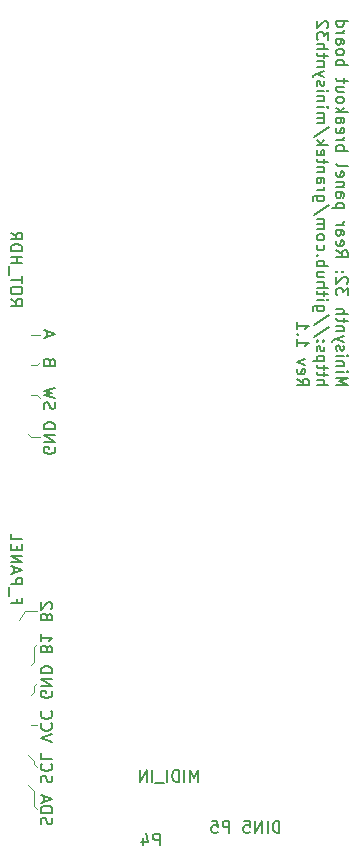
<source format=gbo>
%TF.GenerationSoftware,KiCad,Pcbnew,5.99.0+really5.1.9+dfsg1-1*%
%TF.CreationDate,2021-05-15T21:57:41+10:00*%
%TF.ProjectId,minisynth32-rear,6d696e69-7379-46e7-9468-33322d726561,1.1*%
%TF.SameCoordinates,Original*%
%TF.FileFunction,Legend,Bot*%
%TF.FilePolarity,Positive*%
%FSLAX46Y46*%
G04 Gerber Fmt 4.6, Leading zero omitted, Abs format (unit mm)*
G04 Created by KiCad (PCBNEW 5.99.0+really5.1.9+dfsg1-1) date 2021-05-15 21:57:41*
%MOMM*%
%LPD*%
G01*
G04 APERTURE LIST*
%ADD10C,0.150000*%
%ADD11C,0.120000*%
G04 APERTURE END LIST*
D10*
X131627619Y-92924000D02*
X132103809Y-93257333D01*
X131627619Y-93495428D02*
X132627619Y-93495428D01*
X132627619Y-93114476D01*
X132580000Y-93019238D01*
X132532380Y-92971619D01*
X132437142Y-92924000D01*
X132294285Y-92924000D01*
X132199047Y-92971619D01*
X132151428Y-93019238D01*
X132103809Y-93114476D01*
X132103809Y-93495428D01*
X132627619Y-92304952D02*
X132627619Y-92114476D01*
X132580000Y-92019238D01*
X132484761Y-91924000D01*
X132294285Y-91876380D01*
X131960952Y-91876380D01*
X131770476Y-91924000D01*
X131675238Y-92019238D01*
X131627619Y-92114476D01*
X131627619Y-92304952D01*
X131675238Y-92400190D01*
X131770476Y-92495428D01*
X131960952Y-92543047D01*
X132294285Y-92543047D01*
X132484761Y-92495428D01*
X132580000Y-92400190D01*
X132627619Y-92304952D01*
X132627619Y-91590666D02*
X132627619Y-91019238D01*
X131627619Y-91304952D02*
X132627619Y-91304952D01*
X131532380Y-90924000D02*
X131532380Y-90162095D01*
X131627619Y-89924000D02*
X132627619Y-89924000D01*
X132151428Y-89924000D02*
X132151428Y-89352571D01*
X131627619Y-89352571D02*
X132627619Y-89352571D01*
X131627619Y-88876380D02*
X132627619Y-88876380D01*
X132627619Y-88638285D01*
X132580000Y-88495428D01*
X132484761Y-88400190D01*
X132389523Y-88352571D01*
X132199047Y-88304952D01*
X132056190Y-88304952D01*
X131865714Y-88352571D01*
X131770476Y-88400190D01*
X131675238Y-88495428D01*
X131627619Y-88638285D01*
X131627619Y-88876380D01*
X131627619Y-87304952D02*
X132103809Y-87638285D01*
X131627619Y-87876380D02*
X132627619Y-87876380D01*
X132627619Y-87495428D01*
X132580000Y-87400190D01*
X132532380Y-87352571D01*
X132437142Y-87304952D01*
X132294285Y-87304952D01*
X132199047Y-87352571D01*
X132151428Y-87400190D01*
X132103809Y-87495428D01*
X132103809Y-87876380D01*
D11*
X133604000Y-134620000D02*
X133096000Y-134112000D01*
X133604000Y-135890000D02*
X133604000Y-134620000D01*
X133858000Y-136144000D02*
X133604000Y-135890000D01*
X133604000Y-132080000D02*
X133096000Y-131572000D01*
X133604000Y-132334000D02*
X133604000Y-132080000D01*
X133858000Y-132588000D02*
X133604000Y-132334000D01*
D10*
X147486380Y-133802380D02*
X147486380Y-132802380D01*
X147153047Y-133516666D01*
X146819714Y-132802380D01*
X146819714Y-133802380D01*
X146343523Y-133802380D02*
X146343523Y-132802380D01*
X145867333Y-133802380D02*
X145867333Y-132802380D01*
X145629238Y-132802380D01*
X145486380Y-132850000D01*
X145391142Y-132945238D01*
X145343523Y-133040476D01*
X145295904Y-133230952D01*
X145295904Y-133373809D01*
X145343523Y-133564285D01*
X145391142Y-133659523D01*
X145486380Y-133754761D01*
X145629238Y-133802380D01*
X145867333Y-133802380D01*
X144867333Y-133802380D02*
X144867333Y-132802380D01*
X144629238Y-133897619D02*
X143867333Y-133897619D01*
X143629238Y-133802380D02*
X143629238Y-132802380D01*
X143153047Y-133802380D02*
X143153047Y-132802380D01*
X142581619Y-133802380D01*
X142581619Y-132802380D01*
X132151428Y-118371619D02*
X132151428Y-118704952D01*
X131627619Y-118704952D02*
X132627619Y-118704952D01*
X132627619Y-118228761D01*
X131532380Y-118085904D02*
X131532380Y-117324000D01*
X131627619Y-117085904D02*
X132627619Y-117085904D01*
X132627619Y-116704952D01*
X132580000Y-116609714D01*
X132532380Y-116562095D01*
X132437142Y-116514476D01*
X132294285Y-116514476D01*
X132199047Y-116562095D01*
X132151428Y-116609714D01*
X132103809Y-116704952D01*
X132103809Y-117085904D01*
X131913333Y-116133523D02*
X131913333Y-115657333D01*
X131627619Y-116228761D02*
X132627619Y-115895428D01*
X131627619Y-115562095D01*
X131627619Y-115228761D02*
X132627619Y-115228761D01*
X131627619Y-114657333D01*
X132627619Y-114657333D01*
X132151428Y-114181142D02*
X132151428Y-113847809D01*
X131627619Y-113704952D02*
X131627619Y-114181142D01*
X132627619Y-114181142D01*
X132627619Y-113704952D01*
X131627619Y-112800190D02*
X131627619Y-113276380D01*
X132627619Y-113276380D01*
X159185619Y-100248404D02*
X160185619Y-100248404D01*
X159471333Y-99915071D01*
X160185619Y-99581738D01*
X159185619Y-99581738D01*
X159185619Y-99105547D02*
X159852285Y-99105547D01*
X160185619Y-99105547D02*
X160138000Y-99153166D01*
X160090380Y-99105547D01*
X160138000Y-99057928D01*
X160185619Y-99105547D01*
X160090380Y-99105547D01*
X159852285Y-98629357D02*
X159185619Y-98629357D01*
X159757047Y-98629357D02*
X159804666Y-98581738D01*
X159852285Y-98486500D01*
X159852285Y-98343642D01*
X159804666Y-98248404D01*
X159709428Y-98200785D01*
X159185619Y-98200785D01*
X159185619Y-97724595D02*
X159852285Y-97724595D01*
X160185619Y-97724595D02*
X160138000Y-97772214D01*
X160090380Y-97724595D01*
X160138000Y-97676976D01*
X160185619Y-97724595D01*
X160090380Y-97724595D01*
X159233238Y-97296023D02*
X159185619Y-97200785D01*
X159185619Y-97010309D01*
X159233238Y-96915071D01*
X159328476Y-96867452D01*
X159376095Y-96867452D01*
X159471333Y-96915071D01*
X159518952Y-97010309D01*
X159518952Y-97153166D01*
X159566571Y-97248404D01*
X159661809Y-97296023D01*
X159709428Y-97296023D01*
X159804666Y-97248404D01*
X159852285Y-97153166D01*
X159852285Y-97010309D01*
X159804666Y-96915071D01*
X159852285Y-96534119D02*
X159185619Y-96296023D01*
X159852285Y-96057928D02*
X159185619Y-96296023D01*
X158947523Y-96391261D01*
X158899904Y-96438880D01*
X158852285Y-96534119D01*
X159852285Y-95676976D02*
X159185619Y-95676976D01*
X159757047Y-95676976D02*
X159804666Y-95629357D01*
X159852285Y-95534119D01*
X159852285Y-95391261D01*
X159804666Y-95296023D01*
X159709428Y-95248404D01*
X159185619Y-95248404D01*
X159852285Y-94915071D02*
X159852285Y-94534119D01*
X160185619Y-94772214D02*
X159328476Y-94772214D01*
X159233238Y-94724595D01*
X159185619Y-94629357D01*
X159185619Y-94534119D01*
X159185619Y-94200785D02*
X160185619Y-94200785D01*
X159185619Y-93772214D02*
X159709428Y-93772214D01*
X159804666Y-93819833D01*
X159852285Y-93915071D01*
X159852285Y-94057928D01*
X159804666Y-94153166D01*
X159757047Y-94200785D01*
X160185619Y-92629357D02*
X160185619Y-92010309D01*
X159804666Y-92343642D01*
X159804666Y-92200785D01*
X159757047Y-92105547D01*
X159709428Y-92057928D01*
X159614190Y-92010309D01*
X159376095Y-92010309D01*
X159280857Y-92057928D01*
X159233238Y-92105547D01*
X159185619Y-92200785D01*
X159185619Y-92486500D01*
X159233238Y-92581738D01*
X159280857Y-92629357D01*
X160090380Y-91629357D02*
X160138000Y-91581738D01*
X160185619Y-91486500D01*
X160185619Y-91248404D01*
X160138000Y-91153166D01*
X160090380Y-91105547D01*
X159995142Y-91057928D01*
X159899904Y-91057928D01*
X159757047Y-91105547D01*
X159185619Y-91676976D01*
X159185619Y-91057928D01*
X159280857Y-90629357D02*
X159233238Y-90581738D01*
X159185619Y-90629357D01*
X159233238Y-90676976D01*
X159280857Y-90629357D01*
X159185619Y-90629357D01*
X159804666Y-90629357D02*
X159757047Y-90581738D01*
X159709428Y-90629357D01*
X159757047Y-90676976D01*
X159804666Y-90629357D01*
X159709428Y-90629357D01*
X159185619Y-88819833D02*
X159661809Y-89153166D01*
X159185619Y-89391261D02*
X160185619Y-89391261D01*
X160185619Y-89010309D01*
X160138000Y-88915071D01*
X160090380Y-88867452D01*
X159995142Y-88819833D01*
X159852285Y-88819833D01*
X159757047Y-88867452D01*
X159709428Y-88915071D01*
X159661809Y-89010309D01*
X159661809Y-89391261D01*
X159233238Y-88010309D02*
X159185619Y-88105547D01*
X159185619Y-88296023D01*
X159233238Y-88391261D01*
X159328476Y-88438880D01*
X159709428Y-88438880D01*
X159804666Y-88391261D01*
X159852285Y-88296023D01*
X159852285Y-88105547D01*
X159804666Y-88010309D01*
X159709428Y-87962690D01*
X159614190Y-87962690D01*
X159518952Y-88438880D01*
X159185619Y-87105547D02*
X159709428Y-87105547D01*
X159804666Y-87153166D01*
X159852285Y-87248404D01*
X159852285Y-87438880D01*
X159804666Y-87534119D01*
X159233238Y-87105547D02*
X159185619Y-87200785D01*
X159185619Y-87438880D01*
X159233238Y-87534119D01*
X159328476Y-87581738D01*
X159423714Y-87581738D01*
X159518952Y-87534119D01*
X159566571Y-87438880D01*
X159566571Y-87200785D01*
X159614190Y-87105547D01*
X159185619Y-86629357D02*
X159852285Y-86629357D01*
X159661809Y-86629357D02*
X159757047Y-86581738D01*
X159804666Y-86534119D01*
X159852285Y-86438880D01*
X159852285Y-86343642D01*
X159852285Y-85248404D02*
X158852285Y-85248404D01*
X159804666Y-85248404D02*
X159852285Y-85153166D01*
X159852285Y-84962690D01*
X159804666Y-84867452D01*
X159757047Y-84819833D01*
X159661809Y-84772214D01*
X159376095Y-84772214D01*
X159280857Y-84819833D01*
X159233238Y-84867452D01*
X159185619Y-84962690D01*
X159185619Y-85153166D01*
X159233238Y-85248404D01*
X159185619Y-83915071D02*
X159709428Y-83915071D01*
X159804666Y-83962690D01*
X159852285Y-84057928D01*
X159852285Y-84248404D01*
X159804666Y-84343642D01*
X159233238Y-83915071D02*
X159185619Y-84010309D01*
X159185619Y-84248404D01*
X159233238Y-84343642D01*
X159328476Y-84391261D01*
X159423714Y-84391261D01*
X159518952Y-84343642D01*
X159566571Y-84248404D01*
X159566571Y-84010309D01*
X159614190Y-83915071D01*
X159852285Y-83438880D02*
X159185619Y-83438880D01*
X159757047Y-83438880D02*
X159804666Y-83391261D01*
X159852285Y-83296023D01*
X159852285Y-83153166D01*
X159804666Y-83057928D01*
X159709428Y-83010309D01*
X159185619Y-83010309D01*
X159233238Y-82153166D02*
X159185619Y-82248404D01*
X159185619Y-82438880D01*
X159233238Y-82534119D01*
X159328476Y-82581738D01*
X159709428Y-82581738D01*
X159804666Y-82534119D01*
X159852285Y-82438880D01*
X159852285Y-82248404D01*
X159804666Y-82153166D01*
X159709428Y-82105547D01*
X159614190Y-82105547D01*
X159518952Y-82581738D01*
X159185619Y-81534119D02*
X159233238Y-81629357D01*
X159328476Y-81676976D01*
X160185619Y-81676976D01*
X159185619Y-80391261D02*
X160185619Y-80391261D01*
X159804666Y-80391261D02*
X159852285Y-80296023D01*
X159852285Y-80105547D01*
X159804666Y-80010309D01*
X159757047Y-79962690D01*
X159661809Y-79915071D01*
X159376095Y-79915071D01*
X159280857Y-79962690D01*
X159233238Y-80010309D01*
X159185619Y-80105547D01*
X159185619Y-80296023D01*
X159233238Y-80391261D01*
X159185619Y-79486500D02*
X159852285Y-79486500D01*
X159661809Y-79486500D02*
X159757047Y-79438880D01*
X159804666Y-79391261D01*
X159852285Y-79296023D01*
X159852285Y-79200785D01*
X159233238Y-78486500D02*
X159185619Y-78581738D01*
X159185619Y-78772214D01*
X159233238Y-78867452D01*
X159328476Y-78915071D01*
X159709428Y-78915071D01*
X159804666Y-78867452D01*
X159852285Y-78772214D01*
X159852285Y-78581738D01*
X159804666Y-78486500D01*
X159709428Y-78438880D01*
X159614190Y-78438880D01*
X159518952Y-78915071D01*
X159185619Y-77581738D02*
X159709428Y-77581738D01*
X159804666Y-77629357D01*
X159852285Y-77724595D01*
X159852285Y-77915071D01*
X159804666Y-78010309D01*
X159233238Y-77581738D02*
X159185619Y-77676976D01*
X159185619Y-77915071D01*
X159233238Y-78010309D01*
X159328476Y-78057928D01*
X159423714Y-78057928D01*
X159518952Y-78010309D01*
X159566571Y-77915071D01*
X159566571Y-77676976D01*
X159614190Y-77581738D01*
X159185619Y-77105547D02*
X160185619Y-77105547D01*
X159566571Y-77010309D02*
X159185619Y-76724595D01*
X159852285Y-76724595D02*
X159471333Y-77105547D01*
X159185619Y-76153166D02*
X159233238Y-76248404D01*
X159280857Y-76296023D01*
X159376095Y-76343642D01*
X159661809Y-76343642D01*
X159757047Y-76296023D01*
X159804666Y-76248404D01*
X159852285Y-76153166D01*
X159852285Y-76010309D01*
X159804666Y-75915071D01*
X159757047Y-75867452D01*
X159661809Y-75819833D01*
X159376095Y-75819833D01*
X159280857Y-75867452D01*
X159233238Y-75915071D01*
X159185619Y-76010309D01*
X159185619Y-76153166D01*
X159852285Y-74962690D02*
X159185619Y-74962690D01*
X159852285Y-75391261D02*
X159328476Y-75391261D01*
X159233238Y-75343642D01*
X159185619Y-75248404D01*
X159185619Y-75105547D01*
X159233238Y-75010309D01*
X159280857Y-74962690D01*
X159852285Y-74629357D02*
X159852285Y-74248404D01*
X160185619Y-74486500D02*
X159328476Y-74486500D01*
X159233238Y-74438880D01*
X159185619Y-74343642D01*
X159185619Y-74248404D01*
X159185619Y-73153166D02*
X160185619Y-73153166D01*
X159804666Y-73153166D02*
X159852285Y-73057928D01*
X159852285Y-72867452D01*
X159804666Y-72772214D01*
X159757047Y-72724595D01*
X159661809Y-72676976D01*
X159376095Y-72676976D01*
X159280857Y-72724595D01*
X159233238Y-72772214D01*
X159185619Y-72867452D01*
X159185619Y-73057928D01*
X159233238Y-73153166D01*
X159185619Y-72105547D02*
X159233238Y-72200785D01*
X159280857Y-72248404D01*
X159376095Y-72296023D01*
X159661809Y-72296023D01*
X159757047Y-72248404D01*
X159804666Y-72200785D01*
X159852285Y-72105547D01*
X159852285Y-71962690D01*
X159804666Y-71867452D01*
X159757047Y-71819833D01*
X159661809Y-71772214D01*
X159376095Y-71772214D01*
X159280857Y-71819833D01*
X159233238Y-71867452D01*
X159185619Y-71962690D01*
X159185619Y-72105547D01*
X159185619Y-70915071D02*
X159709428Y-70915071D01*
X159804666Y-70962690D01*
X159852285Y-71057928D01*
X159852285Y-71248404D01*
X159804666Y-71343642D01*
X159233238Y-70915071D02*
X159185619Y-71010309D01*
X159185619Y-71248404D01*
X159233238Y-71343642D01*
X159328476Y-71391261D01*
X159423714Y-71391261D01*
X159518952Y-71343642D01*
X159566571Y-71248404D01*
X159566571Y-71010309D01*
X159614190Y-70915071D01*
X159185619Y-70438880D02*
X159852285Y-70438880D01*
X159661809Y-70438880D02*
X159757047Y-70391261D01*
X159804666Y-70343642D01*
X159852285Y-70248404D01*
X159852285Y-70153166D01*
X159185619Y-69391261D02*
X160185619Y-69391261D01*
X159233238Y-69391261D02*
X159185619Y-69486500D01*
X159185619Y-69676976D01*
X159233238Y-69772214D01*
X159280857Y-69819833D01*
X159376095Y-69867452D01*
X159661809Y-69867452D01*
X159757047Y-69819833D01*
X159804666Y-69772214D01*
X159852285Y-69676976D01*
X159852285Y-69486500D01*
X159804666Y-69391261D01*
X157535619Y-100248404D02*
X158535619Y-100248404D01*
X157535619Y-99819833D02*
X158059428Y-99819833D01*
X158154666Y-99867452D01*
X158202285Y-99962690D01*
X158202285Y-100105547D01*
X158154666Y-100200785D01*
X158107047Y-100248404D01*
X158202285Y-99486500D02*
X158202285Y-99105547D01*
X158535619Y-99343642D02*
X157678476Y-99343642D01*
X157583238Y-99296023D01*
X157535619Y-99200785D01*
X157535619Y-99105547D01*
X158202285Y-98915071D02*
X158202285Y-98534119D01*
X158535619Y-98772214D02*
X157678476Y-98772214D01*
X157583238Y-98724595D01*
X157535619Y-98629357D01*
X157535619Y-98534119D01*
X158202285Y-98200785D02*
X157202285Y-98200785D01*
X158154666Y-98200785D02*
X158202285Y-98105547D01*
X158202285Y-97915071D01*
X158154666Y-97819833D01*
X158107047Y-97772214D01*
X158011809Y-97724595D01*
X157726095Y-97724595D01*
X157630857Y-97772214D01*
X157583238Y-97819833D01*
X157535619Y-97915071D01*
X157535619Y-98105547D01*
X157583238Y-98200785D01*
X157583238Y-97343642D02*
X157535619Y-97248404D01*
X157535619Y-97057928D01*
X157583238Y-96962690D01*
X157678476Y-96915071D01*
X157726095Y-96915071D01*
X157821333Y-96962690D01*
X157868952Y-97057928D01*
X157868952Y-97200785D01*
X157916571Y-97296023D01*
X158011809Y-97343642D01*
X158059428Y-97343642D01*
X158154666Y-97296023D01*
X158202285Y-97200785D01*
X158202285Y-97057928D01*
X158154666Y-96962690D01*
X157630857Y-96486500D02*
X157583238Y-96438880D01*
X157535619Y-96486500D01*
X157583238Y-96534119D01*
X157630857Y-96486500D01*
X157535619Y-96486500D01*
X158154666Y-96486500D02*
X158107047Y-96438880D01*
X158059428Y-96486500D01*
X158107047Y-96534119D01*
X158154666Y-96486500D01*
X158059428Y-96486500D01*
X158583238Y-95296023D02*
X157297523Y-96153166D01*
X158583238Y-94248404D02*
X157297523Y-95105547D01*
X158202285Y-93486500D02*
X157392761Y-93486500D01*
X157297523Y-93534119D01*
X157249904Y-93581738D01*
X157202285Y-93676976D01*
X157202285Y-93819833D01*
X157249904Y-93915071D01*
X157583238Y-93486500D02*
X157535619Y-93581738D01*
X157535619Y-93772214D01*
X157583238Y-93867452D01*
X157630857Y-93915071D01*
X157726095Y-93962690D01*
X158011809Y-93962690D01*
X158107047Y-93915071D01*
X158154666Y-93867452D01*
X158202285Y-93772214D01*
X158202285Y-93581738D01*
X158154666Y-93486500D01*
X157535619Y-93010309D02*
X158202285Y-93010309D01*
X158535619Y-93010309D02*
X158488000Y-93057928D01*
X158440380Y-93010309D01*
X158488000Y-92962690D01*
X158535619Y-93010309D01*
X158440380Y-93010309D01*
X158202285Y-92676976D02*
X158202285Y-92296023D01*
X158535619Y-92534119D02*
X157678476Y-92534119D01*
X157583238Y-92486500D01*
X157535619Y-92391261D01*
X157535619Y-92296023D01*
X157535619Y-91962690D02*
X158535619Y-91962690D01*
X157535619Y-91534119D02*
X158059428Y-91534119D01*
X158154666Y-91581738D01*
X158202285Y-91676976D01*
X158202285Y-91819833D01*
X158154666Y-91915071D01*
X158107047Y-91962690D01*
X158202285Y-90629357D02*
X157535619Y-90629357D01*
X158202285Y-91057928D02*
X157678476Y-91057928D01*
X157583238Y-91010309D01*
X157535619Y-90915071D01*
X157535619Y-90772214D01*
X157583238Y-90676976D01*
X157630857Y-90629357D01*
X157535619Y-90153166D02*
X158535619Y-90153166D01*
X158154666Y-90153166D02*
X158202285Y-90057928D01*
X158202285Y-89867452D01*
X158154666Y-89772214D01*
X158107047Y-89724595D01*
X158011809Y-89676976D01*
X157726095Y-89676976D01*
X157630857Y-89724595D01*
X157583238Y-89772214D01*
X157535619Y-89867452D01*
X157535619Y-90057928D01*
X157583238Y-90153166D01*
X157630857Y-89248404D02*
X157583238Y-89200785D01*
X157535619Y-89248404D01*
X157583238Y-89296023D01*
X157630857Y-89248404D01*
X157535619Y-89248404D01*
X157583238Y-88343642D02*
X157535619Y-88438880D01*
X157535619Y-88629357D01*
X157583238Y-88724595D01*
X157630857Y-88772214D01*
X157726095Y-88819833D01*
X158011809Y-88819833D01*
X158107047Y-88772214D01*
X158154666Y-88724595D01*
X158202285Y-88629357D01*
X158202285Y-88438880D01*
X158154666Y-88343642D01*
X157535619Y-87772214D02*
X157583238Y-87867452D01*
X157630857Y-87915071D01*
X157726095Y-87962690D01*
X158011809Y-87962690D01*
X158107047Y-87915071D01*
X158154666Y-87867452D01*
X158202285Y-87772214D01*
X158202285Y-87629357D01*
X158154666Y-87534119D01*
X158107047Y-87486500D01*
X158011809Y-87438880D01*
X157726095Y-87438880D01*
X157630857Y-87486500D01*
X157583238Y-87534119D01*
X157535619Y-87629357D01*
X157535619Y-87772214D01*
X157535619Y-87010309D02*
X158202285Y-87010309D01*
X158107047Y-87010309D02*
X158154666Y-86962690D01*
X158202285Y-86867452D01*
X158202285Y-86724595D01*
X158154666Y-86629357D01*
X158059428Y-86581738D01*
X157535619Y-86581738D01*
X158059428Y-86581738D02*
X158154666Y-86534119D01*
X158202285Y-86438880D01*
X158202285Y-86296023D01*
X158154666Y-86200785D01*
X158059428Y-86153166D01*
X157535619Y-86153166D01*
X158583238Y-84962690D02*
X157297523Y-85819833D01*
X158202285Y-84200785D02*
X157392761Y-84200785D01*
X157297523Y-84248404D01*
X157249904Y-84296023D01*
X157202285Y-84391261D01*
X157202285Y-84534119D01*
X157249904Y-84629357D01*
X157583238Y-84200785D02*
X157535619Y-84296023D01*
X157535619Y-84486500D01*
X157583238Y-84581738D01*
X157630857Y-84629357D01*
X157726095Y-84676976D01*
X158011809Y-84676976D01*
X158107047Y-84629357D01*
X158154666Y-84581738D01*
X158202285Y-84486500D01*
X158202285Y-84296023D01*
X158154666Y-84200785D01*
X157535619Y-83724595D02*
X158202285Y-83724595D01*
X158011809Y-83724595D02*
X158107047Y-83676976D01*
X158154666Y-83629357D01*
X158202285Y-83534119D01*
X158202285Y-83438880D01*
X157535619Y-82676976D02*
X158059428Y-82676976D01*
X158154666Y-82724595D01*
X158202285Y-82819833D01*
X158202285Y-83010309D01*
X158154666Y-83105547D01*
X157583238Y-82676976D02*
X157535619Y-82772214D01*
X157535619Y-83010309D01*
X157583238Y-83105547D01*
X157678476Y-83153166D01*
X157773714Y-83153166D01*
X157868952Y-83105547D01*
X157916571Y-83010309D01*
X157916571Y-82772214D01*
X157964190Y-82676976D01*
X158202285Y-82200785D02*
X157535619Y-82200785D01*
X158107047Y-82200785D02*
X158154666Y-82153166D01*
X158202285Y-82057928D01*
X158202285Y-81915071D01*
X158154666Y-81819833D01*
X158059428Y-81772214D01*
X157535619Y-81772214D01*
X158202285Y-81438880D02*
X158202285Y-81057928D01*
X158535619Y-81296023D02*
X157678476Y-81296023D01*
X157583238Y-81248404D01*
X157535619Y-81153166D01*
X157535619Y-81057928D01*
X157583238Y-80343642D02*
X157535619Y-80438880D01*
X157535619Y-80629357D01*
X157583238Y-80724595D01*
X157678476Y-80772214D01*
X158059428Y-80772214D01*
X158154666Y-80724595D01*
X158202285Y-80629357D01*
X158202285Y-80438880D01*
X158154666Y-80343642D01*
X158059428Y-80296023D01*
X157964190Y-80296023D01*
X157868952Y-80772214D01*
X157535619Y-79867452D02*
X158535619Y-79867452D01*
X157916571Y-79772214D02*
X157535619Y-79486500D01*
X158202285Y-79486500D02*
X157821333Y-79867452D01*
X158583238Y-78343642D02*
X157297523Y-79200785D01*
X157535619Y-78010309D02*
X158202285Y-78010309D01*
X158107047Y-78010309D02*
X158154666Y-77962690D01*
X158202285Y-77867452D01*
X158202285Y-77724595D01*
X158154666Y-77629357D01*
X158059428Y-77581738D01*
X157535619Y-77581738D01*
X158059428Y-77581738D02*
X158154666Y-77534119D01*
X158202285Y-77438880D01*
X158202285Y-77296023D01*
X158154666Y-77200785D01*
X158059428Y-77153166D01*
X157535619Y-77153166D01*
X157535619Y-76676976D02*
X158202285Y-76676976D01*
X158535619Y-76676976D02*
X158488000Y-76724595D01*
X158440380Y-76676976D01*
X158488000Y-76629357D01*
X158535619Y-76676976D01*
X158440380Y-76676976D01*
X158202285Y-76200785D02*
X157535619Y-76200785D01*
X158107047Y-76200785D02*
X158154666Y-76153166D01*
X158202285Y-76057928D01*
X158202285Y-75915071D01*
X158154666Y-75819833D01*
X158059428Y-75772214D01*
X157535619Y-75772214D01*
X157535619Y-75296023D02*
X158202285Y-75296023D01*
X158535619Y-75296023D02*
X158488000Y-75343642D01*
X158440380Y-75296023D01*
X158488000Y-75248404D01*
X158535619Y-75296023D01*
X158440380Y-75296023D01*
X157583238Y-74867452D02*
X157535619Y-74772214D01*
X157535619Y-74581738D01*
X157583238Y-74486500D01*
X157678476Y-74438880D01*
X157726095Y-74438880D01*
X157821333Y-74486500D01*
X157868952Y-74581738D01*
X157868952Y-74724595D01*
X157916571Y-74819833D01*
X158011809Y-74867452D01*
X158059428Y-74867452D01*
X158154666Y-74819833D01*
X158202285Y-74724595D01*
X158202285Y-74581738D01*
X158154666Y-74486500D01*
X158202285Y-74105547D02*
X157535619Y-73867452D01*
X158202285Y-73629357D02*
X157535619Y-73867452D01*
X157297523Y-73962690D01*
X157249904Y-74010309D01*
X157202285Y-74105547D01*
X158202285Y-73248404D02*
X157535619Y-73248404D01*
X158107047Y-73248404D02*
X158154666Y-73200785D01*
X158202285Y-73105547D01*
X158202285Y-72962690D01*
X158154666Y-72867452D01*
X158059428Y-72819833D01*
X157535619Y-72819833D01*
X158202285Y-72486500D02*
X158202285Y-72105547D01*
X158535619Y-72343642D02*
X157678476Y-72343642D01*
X157583238Y-72296023D01*
X157535619Y-72200785D01*
X157535619Y-72105547D01*
X157535619Y-71772214D02*
X158535619Y-71772214D01*
X157535619Y-71343642D02*
X158059428Y-71343642D01*
X158154666Y-71391261D01*
X158202285Y-71486500D01*
X158202285Y-71629357D01*
X158154666Y-71724595D01*
X158107047Y-71772214D01*
X158535619Y-70962690D02*
X158535619Y-70343642D01*
X158154666Y-70676976D01*
X158154666Y-70534119D01*
X158107047Y-70438880D01*
X158059428Y-70391261D01*
X157964190Y-70343642D01*
X157726095Y-70343642D01*
X157630857Y-70391261D01*
X157583238Y-70438880D01*
X157535619Y-70534119D01*
X157535619Y-70819833D01*
X157583238Y-70915071D01*
X157630857Y-70962690D01*
X158440380Y-69962690D02*
X158488000Y-69915071D01*
X158535619Y-69819833D01*
X158535619Y-69581738D01*
X158488000Y-69486500D01*
X158440380Y-69438880D01*
X158345142Y-69391261D01*
X158249904Y-69391261D01*
X158107047Y-69438880D01*
X157535619Y-70010309D01*
X157535619Y-69391261D01*
X155885619Y-99676976D02*
X156361809Y-100010309D01*
X155885619Y-100248404D02*
X156885619Y-100248404D01*
X156885619Y-99867452D01*
X156838000Y-99772214D01*
X156790380Y-99724595D01*
X156695142Y-99676976D01*
X156552285Y-99676976D01*
X156457047Y-99724595D01*
X156409428Y-99772214D01*
X156361809Y-99867452D01*
X156361809Y-100248404D01*
X155933238Y-98867452D02*
X155885619Y-98962690D01*
X155885619Y-99153166D01*
X155933238Y-99248404D01*
X156028476Y-99296023D01*
X156409428Y-99296023D01*
X156504666Y-99248404D01*
X156552285Y-99153166D01*
X156552285Y-98962690D01*
X156504666Y-98867452D01*
X156409428Y-98819833D01*
X156314190Y-98819833D01*
X156218952Y-99296023D01*
X156552285Y-98486500D02*
X155885619Y-98248404D01*
X156552285Y-98010309D01*
X155885619Y-96343642D02*
X155885619Y-96915071D01*
X155885619Y-96629357D02*
X156885619Y-96629357D01*
X156742761Y-96724595D01*
X156647523Y-96819833D01*
X156599904Y-96915071D01*
X155980857Y-95915071D02*
X155933238Y-95867452D01*
X155885619Y-95915071D01*
X155933238Y-95962690D01*
X155980857Y-95915071D01*
X155885619Y-95915071D01*
X155885619Y-94915071D02*
X155885619Y-95486500D01*
X155885619Y-95200785D02*
X156885619Y-95200785D01*
X156742761Y-95296023D01*
X156647523Y-95391261D01*
X156599904Y-95486500D01*
D11*
X133350000Y-104648000D02*
X133096000Y-104394000D01*
X134112000Y-104648000D02*
X133350000Y-104648000D01*
X133858000Y-101092000D02*
X133350000Y-101092000D01*
X134112000Y-101346000D02*
X133858000Y-101092000D01*
X133858000Y-98552000D02*
X133350000Y-98552000D01*
X134112000Y-98298000D02*
X133858000Y-98552000D01*
X133350000Y-96012000D02*
X134112000Y-96012000D01*
X133604000Y-123698000D02*
X133350000Y-123952000D01*
X133604000Y-123444000D02*
X133604000Y-123698000D01*
X133604000Y-122428000D02*
X133604000Y-123444000D01*
X133858000Y-122174000D02*
X133604000Y-122428000D01*
X133604000Y-126238000D02*
X133350000Y-126492000D01*
X133604000Y-125730000D02*
X133604000Y-126238000D01*
X133858000Y-125476000D02*
X133604000Y-125730000D01*
X133858000Y-129032000D02*
X133350000Y-129032000D01*
X132842000Y-119380000D02*
X132334000Y-120142000D01*
X133858000Y-119380000D02*
X132842000Y-119380000D01*
D10*
X135374000Y-105480857D02*
X135421619Y-105576095D01*
X135421619Y-105718952D01*
X135374000Y-105861809D01*
X135278761Y-105957047D01*
X135183523Y-106004666D01*
X134993047Y-106052285D01*
X134850190Y-106052285D01*
X134659714Y-106004666D01*
X134564476Y-105957047D01*
X134469238Y-105861809D01*
X134421619Y-105718952D01*
X134421619Y-105623714D01*
X134469238Y-105480857D01*
X134516857Y-105433238D01*
X134850190Y-105433238D01*
X134850190Y-105623714D01*
X134421619Y-105004666D02*
X135421619Y-105004666D01*
X134421619Y-104433238D01*
X135421619Y-104433238D01*
X134421619Y-103957047D02*
X135421619Y-103957047D01*
X135421619Y-103718952D01*
X135374000Y-103576095D01*
X135278761Y-103480857D01*
X135183523Y-103433238D01*
X134993047Y-103385619D01*
X134850190Y-103385619D01*
X134659714Y-103433238D01*
X134564476Y-103480857D01*
X134469238Y-103576095D01*
X134421619Y-103718952D01*
X134421619Y-103957047D01*
X134469238Y-102242761D02*
X134421619Y-102099904D01*
X134421619Y-101861809D01*
X134469238Y-101766571D01*
X134516857Y-101718952D01*
X134612095Y-101671333D01*
X134707333Y-101671333D01*
X134802571Y-101718952D01*
X134850190Y-101766571D01*
X134897809Y-101861809D01*
X134945428Y-102052285D01*
X134993047Y-102147523D01*
X135040666Y-102195142D01*
X135135904Y-102242761D01*
X135231142Y-102242761D01*
X135326380Y-102195142D01*
X135374000Y-102147523D01*
X135421619Y-102052285D01*
X135421619Y-101814190D01*
X135374000Y-101671333D01*
X135421619Y-101338000D02*
X134421619Y-101099904D01*
X135135904Y-100909428D01*
X134421619Y-100718952D01*
X135421619Y-100480857D01*
X134945428Y-98242761D02*
X134897809Y-98099904D01*
X134850190Y-98052285D01*
X134754952Y-98004666D01*
X134612095Y-98004666D01*
X134516857Y-98052285D01*
X134469238Y-98099904D01*
X134421619Y-98195142D01*
X134421619Y-98576095D01*
X135421619Y-98576095D01*
X135421619Y-98242761D01*
X135374000Y-98147523D01*
X135326380Y-98099904D01*
X135231142Y-98052285D01*
X135135904Y-98052285D01*
X135040666Y-98099904D01*
X134993047Y-98147523D01*
X134945428Y-98242761D01*
X134945428Y-98576095D01*
X134707333Y-96099904D02*
X134707333Y-95623714D01*
X134421619Y-96195142D02*
X135421619Y-95861809D01*
X134421619Y-95528476D01*
X134215238Y-137420761D02*
X134167619Y-137277904D01*
X134167619Y-137039809D01*
X134215238Y-136944571D01*
X134262857Y-136896952D01*
X134358095Y-136849333D01*
X134453333Y-136849333D01*
X134548571Y-136896952D01*
X134596190Y-136944571D01*
X134643809Y-137039809D01*
X134691428Y-137230285D01*
X134739047Y-137325523D01*
X134786666Y-137373142D01*
X134881904Y-137420761D01*
X134977142Y-137420761D01*
X135072380Y-137373142D01*
X135120000Y-137325523D01*
X135167619Y-137230285D01*
X135167619Y-136992190D01*
X135120000Y-136849333D01*
X134167619Y-136420761D02*
X135167619Y-136420761D01*
X135167619Y-136182666D01*
X135120000Y-136039809D01*
X135024761Y-135944571D01*
X134929523Y-135896952D01*
X134739047Y-135849333D01*
X134596190Y-135849333D01*
X134405714Y-135896952D01*
X134310476Y-135944571D01*
X134215238Y-136039809D01*
X134167619Y-136182666D01*
X134167619Y-136420761D01*
X134453333Y-135468380D02*
X134453333Y-134992190D01*
X134167619Y-135563619D02*
X135167619Y-135230285D01*
X134167619Y-134896952D01*
X134215238Y-133849333D02*
X134167619Y-133706476D01*
X134167619Y-133468380D01*
X134215238Y-133373142D01*
X134262857Y-133325523D01*
X134358095Y-133277904D01*
X134453333Y-133277904D01*
X134548571Y-133325523D01*
X134596190Y-133373142D01*
X134643809Y-133468380D01*
X134691428Y-133658857D01*
X134739047Y-133754095D01*
X134786666Y-133801714D01*
X134881904Y-133849333D01*
X134977142Y-133849333D01*
X135072380Y-133801714D01*
X135120000Y-133754095D01*
X135167619Y-133658857D01*
X135167619Y-133420761D01*
X135120000Y-133277904D01*
X134262857Y-132277904D02*
X134215238Y-132325523D01*
X134167619Y-132468380D01*
X134167619Y-132563619D01*
X134215238Y-132706476D01*
X134310476Y-132801714D01*
X134405714Y-132849333D01*
X134596190Y-132896952D01*
X134739047Y-132896952D01*
X134929523Y-132849333D01*
X135024761Y-132801714D01*
X135120000Y-132706476D01*
X135167619Y-132563619D01*
X135167619Y-132468380D01*
X135120000Y-132325523D01*
X135072380Y-132277904D01*
X134167619Y-131373142D02*
X134167619Y-131849333D01*
X135167619Y-131849333D01*
X135167619Y-130420761D02*
X134167619Y-130087428D01*
X135167619Y-129754095D01*
X134262857Y-128849333D02*
X134215238Y-128896952D01*
X134167619Y-129039809D01*
X134167619Y-129135047D01*
X134215238Y-129277904D01*
X134310476Y-129373142D01*
X134405714Y-129420761D01*
X134596190Y-129468380D01*
X134739047Y-129468380D01*
X134929523Y-129420761D01*
X135024761Y-129373142D01*
X135120000Y-129277904D01*
X135167619Y-129135047D01*
X135167619Y-129039809D01*
X135120000Y-128896952D01*
X135072380Y-128849333D01*
X134262857Y-127849333D02*
X134215238Y-127896952D01*
X134167619Y-128039809D01*
X134167619Y-128135047D01*
X134215238Y-128277904D01*
X134310476Y-128373142D01*
X134405714Y-128420761D01*
X134596190Y-128468380D01*
X134739047Y-128468380D01*
X134929523Y-128420761D01*
X135024761Y-128373142D01*
X135120000Y-128277904D01*
X135167619Y-128135047D01*
X135167619Y-128039809D01*
X135120000Y-127896952D01*
X135072380Y-127849333D01*
X135120000Y-126135047D02*
X135167619Y-126230285D01*
X135167619Y-126373142D01*
X135120000Y-126516000D01*
X135024761Y-126611238D01*
X134929523Y-126658857D01*
X134739047Y-126706476D01*
X134596190Y-126706476D01*
X134405714Y-126658857D01*
X134310476Y-126611238D01*
X134215238Y-126516000D01*
X134167619Y-126373142D01*
X134167619Y-126277904D01*
X134215238Y-126135047D01*
X134262857Y-126087428D01*
X134596190Y-126087428D01*
X134596190Y-126277904D01*
X134167619Y-125658857D02*
X135167619Y-125658857D01*
X134167619Y-125087428D01*
X135167619Y-125087428D01*
X134167619Y-124611238D02*
X135167619Y-124611238D01*
X135167619Y-124373142D01*
X135120000Y-124230285D01*
X135024761Y-124135047D01*
X134929523Y-124087428D01*
X134739047Y-124039809D01*
X134596190Y-124039809D01*
X134405714Y-124087428D01*
X134310476Y-124135047D01*
X134215238Y-124230285D01*
X134167619Y-124373142D01*
X134167619Y-124611238D01*
X134691428Y-122516000D02*
X134643809Y-122373142D01*
X134596190Y-122325523D01*
X134500952Y-122277904D01*
X134358095Y-122277904D01*
X134262857Y-122325523D01*
X134215238Y-122373142D01*
X134167619Y-122468380D01*
X134167619Y-122849333D01*
X135167619Y-122849333D01*
X135167619Y-122516000D01*
X135120000Y-122420761D01*
X135072380Y-122373142D01*
X134977142Y-122325523D01*
X134881904Y-122325523D01*
X134786666Y-122373142D01*
X134739047Y-122420761D01*
X134691428Y-122516000D01*
X134691428Y-122849333D01*
X134167619Y-121325523D02*
X134167619Y-121896952D01*
X134167619Y-121611238D02*
X135167619Y-121611238D01*
X135024761Y-121706476D01*
X134929523Y-121801714D01*
X134881904Y-121896952D01*
X134691428Y-119801714D02*
X134643809Y-119658857D01*
X134596190Y-119611238D01*
X134500952Y-119563619D01*
X134358095Y-119563619D01*
X134262857Y-119611238D01*
X134215238Y-119658857D01*
X134167619Y-119754095D01*
X134167619Y-120135047D01*
X135167619Y-120135047D01*
X135167619Y-119801714D01*
X135120000Y-119706476D01*
X135072380Y-119658857D01*
X134977142Y-119611238D01*
X134881904Y-119611238D01*
X134786666Y-119658857D01*
X134739047Y-119706476D01*
X134691428Y-119801714D01*
X134691428Y-120135047D01*
X135072380Y-119182666D02*
X135120000Y-119135047D01*
X135167619Y-119039809D01*
X135167619Y-118801714D01*
X135120000Y-118706476D01*
X135072380Y-118658857D01*
X134977142Y-118611238D01*
X134881904Y-118611238D01*
X134739047Y-118658857D01*
X134167619Y-119230285D01*
X134167619Y-118611238D01*
X154385880Y-138120380D02*
X154385880Y-137120380D01*
X154147785Y-137120380D01*
X154004928Y-137168000D01*
X153909690Y-137263238D01*
X153862071Y-137358476D01*
X153814452Y-137548952D01*
X153814452Y-137691809D01*
X153862071Y-137882285D01*
X153909690Y-137977523D01*
X154004928Y-138072761D01*
X154147785Y-138120380D01*
X154385880Y-138120380D01*
X153385880Y-138120380D02*
X153385880Y-137120380D01*
X152909690Y-138120380D02*
X152909690Y-137120380D01*
X152338261Y-138120380D01*
X152338261Y-137120380D01*
X151385880Y-137120380D02*
X151862071Y-137120380D01*
X151909690Y-137596571D01*
X151862071Y-137548952D01*
X151766833Y-137501333D01*
X151528738Y-137501333D01*
X151433500Y-137548952D01*
X151385880Y-137596571D01*
X151338261Y-137691809D01*
X151338261Y-137929904D01*
X151385880Y-138025142D01*
X151433500Y-138072761D01*
X151528738Y-138120380D01*
X151766833Y-138120380D01*
X151862071Y-138072761D01*
X151909690Y-138025142D01*
X150147785Y-138120380D02*
X150147785Y-137120380D01*
X149766833Y-137120380D01*
X149671595Y-137168000D01*
X149623976Y-137215619D01*
X149576357Y-137310857D01*
X149576357Y-137453714D01*
X149623976Y-137548952D01*
X149671595Y-137596571D01*
X149766833Y-137644190D01*
X150147785Y-137644190D01*
X148671595Y-137120380D02*
X149147785Y-137120380D01*
X149195404Y-137596571D01*
X149147785Y-137548952D01*
X149052547Y-137501333D01*
X148814452Y-137501333D01*
X148719214Y-137548952D01*
X148671595Y-137596571D01*
X148623976Y-137691809D01*
X148623976Y-137929904D01*
X148671595Y-138025142D01*
X148719214Y-138072761D01*
X148814452Y-138120380D01*
X149052547Y-138120380D01*
X149147785Y-138072761D01*
X149195404Y-138025142D01*
X144248095Y-139199380D02*
X144248095Y-138199380D01*
X143867142Y-138199380D01*
X143771904Y-138247000D01*
X143724285Y-138294619D01*
X143676666Y-138389857D01*
X143676666Y-138532714D01*
X143724285Y-138627952D01*
X143771904Y-138675571D01*
X143867142Y-138723190D01*
X144248095Y-138723190D01*
X142819523Y-138532714D02*
X142819523Y-139199380D01*
X143057619Y-138151761D02*
X143295714Y-138866047D01*
X142676666Y-138866047D01*
M02*

</source>
